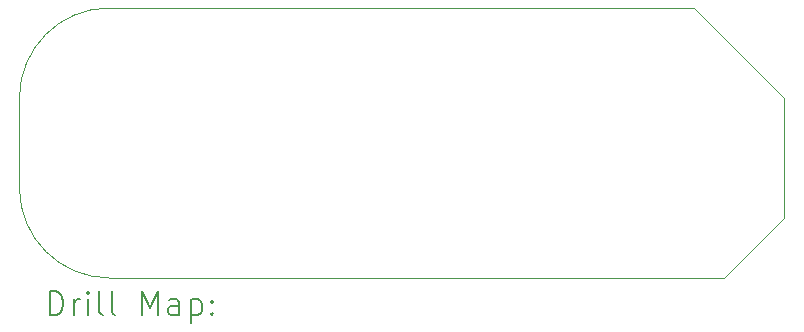
<source format=gbr>
%TF.GenerationSoftware,KiCad,Pcbnew,8.0.9*%
%TF.CreationDate,2025-03-02T13:37:28+01:00*%
%TF.ProjectId,strobe,7374726f-6265-42e6-9b69-6361645f7063,rev?*%
%TF.SameCoordinates,Original*%
%TF.FileFunction,Drillmap*%
%TF.FilePolarity,Positive*%
%FSLAX45Y45*%
G04 Gerber Fmt 4.5, Leading zero omitted, Abs format (unit mm)*
G04 Created by KiCad (PCBNEW 8.0.9) date 2025-03-02 13:37:28*
%MOMM*%
%LPD*%
G01*
G04 APERTURE LIST*
%ADD10C,0.050000*%
%ADD11C,0.200000*%
G04 APERTURE END LIST*
D10*
X14732000Y-11430000D02*
X9525000Y-11430000D01*
X9525000Y-11430000D02*
G75*
G02*
X8763000Y-10668000I0J762000D01*
G01*
X14732000Y-11430000D02*
X15240000Y-10922000D01*
X8763000Y-10668000D02*
X8763000Y-9906000D01*
X15240000Y-9906000D02*
X15240000Y-10668000D01*
X15240000Y-10922000D02*
X15240000Y-10668000D01*
X9525000Y-9144000D02*
X14478000Y-9144000D01*
X14478000Y-9144000D02*
X15240000Y-9906000D01*
X8763000Y-9906000D02*
G75*
G02*
X9525000Y-9144000I762000J0D01*
G01*
D11*
X9021277Y-11743984D02*
X9021277Y-11543984D01*
X9021277Y-11543984D02*
X9068896Y-11543984D01*
X9068896Y-11543984D02*
X9097467Y-11553508D01*
X9097467Y-11553508D02*
X9116515Y-11572555D01*
X9116515Y-11572555D02*
X9126039Y-11591603D01*
X9126039Y-11591603D02*
X9135563Y-11629698D01*
X9135563Y-11629698D02*
X9135563Y-11658269D01*
X9135563Y-11658269D02*
X9126039Y-11696365D01*
X9126039Y-11696365D02*
X9116515Y-11715412D01*
X9116515Y-11715412D02*
X9097467Y-11734460D01*
X9097467Y-11734460D02*
X9068896Y-11743984D01*
X9068896Y-11743984D02*
X9021277Y-11743984D01*
X9221277Y-11743984D02*
X9221277Y-11610650D01*
X9221277Y-11648746D02*
X9230801Y-11629698D01*
X9230801Y-11629698D02*
X9240324Y-11620174D01*
X9240324Y-11620174D02*
X9259372Y-11610650D01*
X9259372Y-11610650D02*
X9278420Y-11610650D01*
X9345086Y-11743984D02*
X9345086Y-11610650D01*
X9345086Y-11543984D02*
X9335563Y-11553508D01*
X9335563Y-11553508D02*
X9345086Y-11563031D01*
X9345086Y-11563031D02*
X9354610Y-11553508D01*
X9354610Y-11553508D02*
X9345086Y-11543984D01*
X9345086Y-11543984D02*
X9345086Y-11563031D01*
X9468896Y-11743984D02*
X9449848Y-11734460D01*
X9449848Y-11734460D02*
X9440324Y-11715412D01*
X9440324Y-11715412D02*
X9440324Y-11543984D01*
X9573658Y-11743984D02*
X9554610Y-11734460D01*
X9554610Y-11734460D02*
X9545086Y-11715412D01*
X9545086Y-11715412D02*
X9545086Y-11543984D01*
X9802229Y-11743984D02*
X9802229Y-11543984D01*
X9802229Y-11543984D02*
X9868896Y-11686841D01*
X9868896Y-11686841D02*
X9935563Y-11543984D01*
X9935563Y-11543984D02*
X9935563Y-11743984D01*
X10116515Y-11743984D02*
X10116515Y-11639222D01*
X10116515Y-11639222D02*
X10106991Y-11620174D01*
X10106991Y-11620174D02*
X10087944Y-11610650D01*
X10087944Y-11610650D02*
X10049848Y-11610650D01*
X10049848Y-11610650D02*
X10030801Y-11620174D01*
X10116515Y-11734460D02*
X10097467Y-11743984D01*
X10097467Y-11743984D02*
X10049848Y-11743984D01*
X10049848Y-11743984D02*
X10030801Y-11734460D01*
X10030801Y-11734460D02*
X10021277Y-11715412D01*
X10021277Y-11715412D02*
X10021277Y-11696365D01*
X10021277Y-11696365D02*
X10030801Y-11677317D01*
X10030801Y-11677317D02*
X10049848Y-11667793D01*
X10049848Y-11667793D02*
X10097467Y-11667793D01*
X10097467Y-11667793D02*
X10116515Y-11658269D01*
X10211753Y-11610650D02*
X10211753Y-11810650D01*
X10211753Y-11620174D02*
X10230801Y-11610650D01*
X10230801Y-11610650D02*
X10268896Y-11610650D01*
X10268896Y-11610650D02*
X10287944Y-11620174D01*
X10287944Y-11620174D02*
X10297467Y-11629698D01*
X10297467Y-11629698D02*
X10306991Y-11648746D01*
X10306991Y-11648746D02*
X10306991Y-11705888D01*
X10306991Y-11705888D02*
X10297467Y-11724936D01*
X10297467Y-11724936D02*
X10287944Y-11734460D01*
X10287944Y-11734460D02*
X10268896Y-11743984D01*
X10268896Y-11743984D02*
X10230801Y-11743984D01*
X10230801Y-11743984D02*
X10211753Y-11734460D01*
X10392705Y-11724936D02*
X10402229Y-11734460D01*
X10402229Y-11734460D02*
X10392705Y-11743984D01*
X10392705Y-11743984D02*
X10383182Y-11734460D01*
X10383182Y-11734460D02*
X10392705Y-11724936D01*
X10392705Y-11724936D02*
X10392705Y-11743984D01*
X10392705Y-11620174D02*
X10402229Y-11629698D01*
X10402229Y-11629698D02*
X10392705Y-11639222D01*
X10392705Y-11639222D02*
X10383182Y-11629698D01*
X10383182Y-11629698D02*
X10392705Y-11620174D01*
X10392705Y-11620174D02*
X10392705Y-11639222D01*
M02*

</source>
